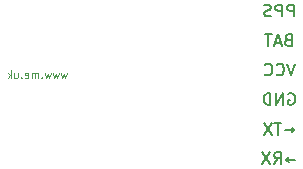
<source format=gbr>
%TF.GenerationSoftware,KiCad,Pcbnew,(6.0.2-0)*%
%TF.CreationDate,2022-03-06T07:54:27+00:00*%
%TF.ProjectId,L86,4c38362e-6b69-4636-9164-5f7063625858,rev?*%
%TF.SameCoordinates,Original*%
%TF.FileFunction,Legend,Bot*%
%TF.FilePolarity,Positive*%
%FSLAX46Y46*%
G04 Gerber Fmt 4.6, Leading zero omitted, Abs format (unit mm)*
G04 Created by KiCad (PCBNEW (6.0.2-0)) date 2022-03-06 07:54:27*
%MOMM*%
%LPD*%
G01*
G04 APERTURE LIST*
%ADD10C,0.150000*%
%ADD11C,0.100000*%
G04 APERTURE END LIST*
D10*
X121857142Y-106321428D02*
X121095238Y-106321428D01*
X121285714Y-106511904D02*
X121095238Y-106321428D01*
X121285714Y-106130952D01*
X120047619Y-106702380D02*
X120380952Y-106226190D01*
X120619047Y-106702380D02*
X120619047Y-105702380D01*
X120238095Y-105702380D01*
X120142857Y-105750000D01*
X120095238Y-105797619D01*
X120047619Y-105892857D01*
X120047619Y-106035714D01*
X120095238Y-106130952D01*
X120142857Y-106178571D01*
X120238095Y-106226190D01*
X120619047Y-106226190D01*
X119714285Y-105702380D02*
X119047619Y-106702380D01*
X119047619Y-105702380D02*
X119714285Y-106702380D01*
X121238095Y-96178571D02*
X121095238Y-96226190D01*
X121047619Y-96273809D01*
X121000000Y-96369047D01*
X121000000Y-96511904D01*
X121047619Y-96607142D01*
X121095238Y-96654761D01*
X121190476Y-96702380D01*
X121571428Y-96702380D01*
X121571428Y-95702380D01*
X121238095Y-95702380D01*
X121142857Y-95750000D01*
X121095238Y-95797619D01*
X121047619Y-95892857D01*
X121047619Y-95988095D01*
X121095238Y-96083333D01*
X121142857Y-96130952D01*
X121238095Y-96178571D01*
X121571428Y-96178571D01*
X120619047Y-96416666D02*
X120142857Y-96416666D01*
X120714285Y-96702380D02*
X120380952Y-95702380D01*
X120047619Y-96702380D01*
X119857142Y-95702380D02*
X119285714Y-95702380D01*
X119571428Y-96702380D02*
X119571428Y-95702380D01*
X120976190Y-103821428D02*
X121738095Y-103821428D01*
X121547619Y-104011904D02*
X121738095Y-103821428D01*
X121547619Y-103630952D01*
X120642857Y-103202380D02*
X120071428Y-103202380D01*
X120357142Y-104202380D02*
X120357142Y-103202380D01*
X119833333Y-103202380D02*
X119166666Y-104202380D01*
X119166666Y-103202380D02*
X119833333Y-104202380D01*
X121261904Y-100750000D02*
X121357142Y-100702380D01*
X121500000Y-100702380D01*
X121642857Y-100750000D01*
X121738095Y-100845238D01*
X121785714Y-100940476D01*
X121833333Y-101130952D01*
X121833333Y-101273809D01*
X121785714Y-101464285D01*
X121738095Y-101559523D01*
X121642857Y-101654761D01*
X121500000Y-101702380D01*
X121404761Y-101702380D01*
X121261904Y-101654761D01*
X121214285Y-101607142D01*
X121214285Y-101273809D01*
X121404761Y-101273809D01*
X120785714Y-101702380D02*
X120785714Y-100702380D01*
X120214285Y-101702380D01*
X120214285Y-100702380D01*
X119738095Y-101702380D02*
X119738095Y-100702380D01*
X119500000Y-100702380D01*
X119357142Y-100750000D01*
X119261904Y-100845238D01*
X119214285Y-100940476D01*
X119166666Y-101130952D01*
X119166666Y-101273809D01*
X119214285Y-101464285D01*
X119261904Y-101559523D01*
X119357142Y-101654761D01*
X119500000Y-101702380D01*
X119738095Y-101702380D01*
X121833333Y-98202380D02*
X121500000Y-99202380D01*
X121166666Y-98202380D01*
X120261904Y-99107142D02*
X120309523Y-99154761D01*
X120452380Y-99202380D01*
X120547619Y-99202380D01*
X120690476Y-99154761D01*
X120785714Y-99059523D01*
X120833333Y-98964285D01*
X120880952Y-98773809D01*
X120880952Y-98630952D01*
X120833333Y-98440476D01*
X120785714Y-98345238D01*
X120690476Y-98250000D01*
X120547619Y-98202380D01*
X120452380Y-98202380D01*
X120309523Y-98250000D01*
X120261904Y-98297619D01*
X119261904Y-99107142D02*
X119309523Y-99154761D01*
X119452380Y-99202380D01*
X119547619Y-99202380D01*
X119690476Y-99154761D01*
X119785714Y-99059523D01*
X119833333Y-98964285D01*
X119880952Y-98773809D01*
X119880952Y-98630952D01*
X119833333Y-98440476D01*
X119785714Y-98345238D01*
X119690476Y-98250000D01*
X119547619Y-98202380D01*
X119452380Y-98202380D01*
X119309523Y-98250000D01*
X119261904Y-98297619D01*
X121738095Y-94202380D02*
X121738095Y-93202380D01*
X121357142Y-93202380D01*
X121261904Y-93250000D01*
X121214285Y-93297619D01*
X121166666Y-93392857D01*
X121166666Y-93535714D01*
X121214285Y-93630952D01*
X121261904Y-93678571D01*
X121357142Y-93726190D01*
X121738095Y-93726190D01*
X120738095Y-94202380D02*
X120738095Y-93202380D01*
X120357142Y-93202380D01*
X120261904Y-93250000D01*
X120214285Y-93297619D01*
X120166666Y-93392857D01*
X120166666Y-93535714D01*
X120214285Y-93630952D01*
X120261904Y-93678571D01*
X120357142Y-93726190D01*
X120738095Y-93726190D01*
X119785714Y-94154761D02*
X119642857Y-94202380D01*
X119404761Y-94202380D01*
X119309523Y-94154761D01*
X119261904Y-94107142D01*
X119214285Y-94011904D01*
X119214285Y-93916666D01*
X119261904Y-93821428D01*
X119309523Y-93773809D01*
X119404761Y-93726190D01*
X119595238Y-93678571D01*
X119690476Y-93630952D01*
X119738095Y-93583333D01*
X119785714Y-93488095D01*
X119785714Y-93392857D01*
X119738095Y-93297619D01*
X119690476Y-93250000D01*
X119595238Y-93202380D01*
X119357142Y-93202380D01*
X119214285Y-93250000D01*
D11*
%TO.C,Logo1*%
X102487142Y-98985714D02*
X102363333Y-99419047D01*
X102239523Y-99109523D01*
X102115714Y-99419047D01*
X101991904Y-98985714D01*
X101806190Y-98985714D02*
X101682380Y-99419047D01*
X101558571Y-99109523D01*
X101434761Y-99419047D01*
X101310952Y-98985714D01*
X101125238Y-98985714D02*
X101001428Y-99419047D01*
X100877619Y-99109523D01*
X100753809Y-99419047D01*
X100630000Y-98985714D01*
X100382380Y-99357142D02*
X100351428Y-99388095D01*
X100382380Y-99419047D01*
X100413333Y-99388095D01*
X100382380Y-99357142D01*
X100382380Y-99419047D01*
X100072857Y-99419047D02*
X100072857Y-98985714D01*
X100072857Y-99047619D02*
X100041904Y-99016666D01*
X99980000Y-98985714D01*
X99887142Y-98985714D01*
X99825238Y-99016666D01*
X99794285Y-99078571D01*
X99794285Y-99419047D01*
X99794285Y-99078571D02*
X99763333Y-99016666D01*
X99701428Y-98985714D01*
X99608571Y-98985714D01*
X99546666Y-99016666D01*
X99515714Y-99078571D01*
X99515714Y-99419047D01*
X98958571Y-99388095D02*
X99020476Y-99419047D01*
X99144285Y-99419047D01*
X99206190Y-99388095D01*
X99237142Y-99326190D01*
X99237142Y-99078571D01*
X99206190Y-99016666D01*
X99144285Y-98985714D01*
X99020476Y-98985714D01*
X98958571Y-99016666D01*
X98927619Y-99078571D01*
X98927619Y-99140476D01*
X99237142Y-99202380D01*
X98649047Y-99357142D02*
X98618095Y-99388095D01*
X98649047Y-99419047D01*
X98680000Y-99388095D01*
X98649047Y-99357142D01*
X98649047Y-99419047D01*
X98060952Y-98985714D02*
X98060952Y-99419047D01*
X98339523Y-98985714D02*
X98339523Y-99326190D01*
X98308571Y-99388095D01*
X98246666Y-99419047D01*
X98153809Y-99419047D01*
X98091904Y-99388095D01*
X98060952Y-99357142D01*
X97751428Y-99419047D02*
X97751428Y-98769047D01*
X97689523Y-99171428D02*
X97503809Y-99419047D01*
X97503809Y-98985714D02*
X97751428Y-99233333D01*
%TD*%
M02*

</source>
